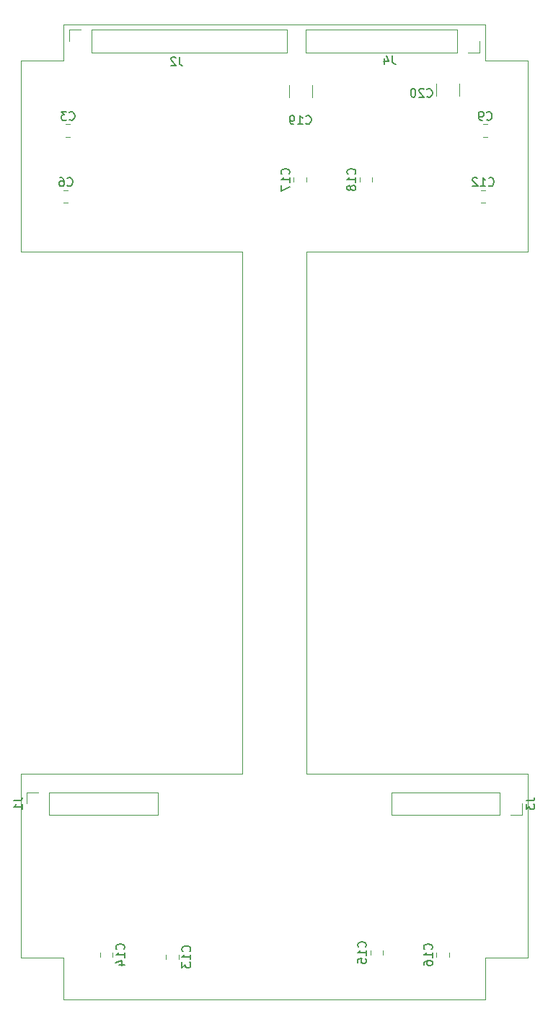
<source format=gbr>
%TF.GenerationSoftware,KiCad,Pcbnew,(5.1.7)-1*%
%TF.CreationDate,2021-10-21T20:27:42-07:00*%
%TF.ProjectId,AnalogBoard_Rev2,416e616c-6f67-4426-9f61-72645f526576,rev?*%
%TF.SameCoordinates,Original*%
%TF.FileFunction,Legend,Bot*%
%TF.FilePolarity,Positive*%
%FSLAX46Y46*%
G04 Gerber Fmt 4.6, Leading zero omitted, Abs format (unit mm)*
G04 Created by KiCad (PCBNEW (5.1.7)-1) date 2021-10-21 20:27:42*
%MOMM*%
%LPD*%
G01*
G04 APERTURE LIST*
%TA.AperFunction,Profile*%
%ADD10C,0.050000*%
%TD*%
%ADD11C,0.120000*%
%ADD12C,0.150000*%
G04 APERTURE END LIST*
D10*
X143250000Y-148100000D02*
X148250000Y-148100000D01*
X143250000Y-153000000D02*
X143250000Y-148100000D01*
X93750000Y-148100000D02*
X88750000Y-148100000D01*
X93750000Y-153000000D02*
X93750000Y-148100000D01*
X143250000Y-42750000D02*
X143250000Y-38500000D01*
X148250000Y-42750000D02*
X143250000Y-42750000D01*
X93750000Y-42750000D02*
X93750000Y-38500000D01*
X88750000Y-42750000D02*
X93750000Y-42750000D01*
X148250000Y-148100000D02*
X148250000Y-126500000D01*
X88750000Y-148100000D02*
X88750000Y-126500000D01*
X122250000Y-126500000D02*
X148250000Y-126500000D01*
X122250000Y-65250000D02*
X148250000Y-65250000D01*
X88750000Y-126500000D02*
X114750000Y-126500000D01*
X88750000Y-65250000D02*
X114750000Y-65250000D01*
X114750000Y-126500000D02*
X114750000Y-65250000D01*
X122250000Y-126500000D02*
X122250000Y-65250000D01*
X148250000Y-42750000D02*
X148250000Y-65250000D01*
X88750000Y-65250000D02*
X88750000Y-42750000D01*
X143250000Y-153000000D02*
X93750000Y-153000000D01*
X93750000Y-38500000D02*
X143250000Y-38500000D01*
D11*
%TO.C,J4*%
X122140000Y-41830000D02*
X122140000Y-39170000D01*
X139980000Y-41830000D02*
X122140000Y-41830000D01*
X139980000Y-39170000D02*
X122140000Y-39170000D01*
X139980000Y-41830000D02*
X139980000Y-39170000D01*
X141250000Y-41830000D02*
X142580000Y-41830000D01*
X142580000Y-41830000D02*
X142580000Y-40500000D01*
%TO.C,C20*%
X140171000Y-46939252D02*
X140171000Y-45516748D01*
X137451000Y-46939252D02*
X137451000Y-45516748D01*
%TO.C,C19*%
X122899000Y-47066252D02*
X122899000Y-45643748D01*
X120179000Y-47066252D02*
X120179000Y-45643748D01*
%TO.C,J3*%
X147580000Y-131330000D02*
X147580000Y-130000000D01*
X146250000Y-131330000D02*
X147580000Y-131330000D01*
X144980000Y-131330000D02*
X144980000Y-128670000D01*
X144980000Y-128670000D02*
X132220000Y-128670000D01*
X144980000Y-131330000D02*
X132220000Y-131330000D01*
X132220000Y-131330000D02*
X132220000Y-128670000D01*
%TO.C,J2*%
X94420000Y-39170000D02*
X94420000Y-40500000D01*
X95750000Y-39170000D02*
X94420000Y-39170000D01*
X97020000Y-39170000D02*
X97020000Y-41830000D01*
X97020000Y-41830000D02*
X119940000Y-41830000D01*
X97020000Y-39170000D02*
X119940000Y-39170000D01*
X119940000Y-39170000D02*
X119940000Y-41830000D01*
%TO.C,J1*%
X89420000Y-128670000D02*
X89420000Y-130000000D01*
X90750000Y-128670000D02*
X89420000Y-128670000D01*
X92020000Y-128670000D02*
X92020000Y-131330000D01*
X92020000Y-131330000D02*
X104780000Y-131330000D01*
X92020000Y-128670000D02*
X104780000Y-128670000D01*
X104780000Y-128670000D02*
X104780000Y-131330000D01*
%TO.C,C18*%
X128515000Y-56488748D02*
X128515000Y-57011252D01*
X129985000Y-56488748D02*
X129985000Y-57011252D01*
%TO.C,C17*%
X120765000Y-56488748D02*
X120765000Y-57011252D01*
X122235000Y-56488748D02*
X122235000Y-57011252D01*
%TO.C,C16*%
X137515000Y-147488748D02*
X137515000Y-148011252D01*
X138985000Y-147488748D02*
X138985000Y-148011252D01*
%TO.C,C15*%
X129765000Y-147238748D02*
X129765000Y-147761252D01*
X131235000Y-147238748D02*
X131235000Y-147761252D01*
%TO.C,C14*%
X99485000Y-148011252D02*
X99485000Y-147488748D01*
X98015000Y-148011252D02*
X98015000Y-147488748D01*
%TO.C,C13*%
X107235000Y-148261252D02*
X107235000Y-147738748D01*
X105765000Y-148261252D02*
X105765000Y-147738748D01*
%TO.C,C12*%
X143261252Y-58015000D02*
X142738748Y-58015000D01*
X143261252Y-59485000D02*
X142738748Y-59485000D01*
%TO.C,C9*%
X143511252Y-50265000D02*
X142988748Y-50265000D01*
X143511252Y-51735000D02*
X142988748Y-51735000D01*
%TO.C,C6*%
X94261252Y-58015000D02*
X93738748Y-58015000D01*
X94261252Y-59485000D02*
X93738748Y-59485000D01*
%TO.C,C3*%
X94511252Y-50265000D02*
X93988748Y-50265000D01*
X94511252Y-51735000D02*
X93988748Y-51735000D01*
%TD*%
%TO.C,J4*%
D12*
X132333333Y-42202380D02*
X132333333Y-42916666D01*
X132380952Y-43059523D01*
X132476190Y-43154761D01*
X132619047Y-43202380D01*
X132714285Y-43202380D01*
X131428571Y-42535714D02*
X131428571Y-43202380D01*
X131666666Y-42154761D02*
X131904761Y-42869047D01*
X131285714Y-42869047D01*
%TO.C,C20*%
X136405857Y-46966142D02*
X136453476Y-47013761D01*
X136596333Y-47061380D01*
X136691571Y-47061380D01*
X136834428Y-47013761D01*
X136929666Y-46918523D01*
X136977285Y-46823285D01*
X137024904Y-46632809D01*
X137024904Y-46489952D01*
X136977285Y-46299476D01*
X136929666Y-46204238D01*
X136834428Y-46109000D01*
X136691571Y-46061380D01*
X136596333Y-46061380D01*
X136453476Y-46109000D01*
X136405857Y-46156619D01*
X136024904Y-46156619D02*
X135977285Y-46109000D01*
X135882047Y-46061380D01*
X135643952Y-46061380D01*
X135548714Y-46109000D01*
X135501095Y-46156619D01*
X135453476Y-46251857D01*
X135453476Y-46347095D01*
X135501095Y-46489952D01*
X136072523Y-47061380D01*
X135453476Y-47061380D01*
X134834428Y-46061380D02*
X134739190Y-46061380D01*
X134643952Y-46109000D01*
X134596333Y-46156619D01*
X134548714Y-46251857D01*
X134501095Y-46442333D01*
X134501095Y-46680428D01*
X134548714Y-46870904D01*
X134596333Y-46966142D01*
X134643952Y-47013761D01*
X134739190Y-47061380D01*
X134834428Y-47061380D01*
X134929666Y-47013761D01*
X134977285Y-46966142D01*
X135024904Y-46870904D01*
X135072523Y-46680428D01*
X135072523Y-46442333D01*
X135024904Y-46251857D01*
X134977285Y-46156619D01*
X134929666Y-46109000D01*
X134834428Y-46061380D01*
%TO.C,C19*%
X122181857Y-50141142D02*
X122229476Y-50188761D01*
X122372333Y-50236380D01*
X122467571Y-50236380D01*
X122610428Y-50188761D01*
X122705666Y-50093523D01*
X122753285Y-49998285D01*
X122800904Y-49807809D01*
X122800904Y-49664952D01*
X122753285Y-49474476D01*
X122705666Y-49379238D01*
X122610428Y-49284000D01*
X122467571Y-49236380D01*
X122372333Y-49236380D01*
X122229476Y-49284000D01*
X122181857Y-49331619D01*
X121229476Y-50236380D02*
X121800904Y-50236380D01*
X121515190Y-50236380D02*
X121515190Y-49236380D01*
X121610428Y-49379238D01*
X121705666Y-49474476D01*
X121800904Y-49522095D01*
X120753285Y-50236380D02*
X120562809Y-50236380D01*
X120467571Y-50188761D01*
X120419952Y-50141142D01*
X120324714Y-49998285D01*
X120277095Y-49807809D01*
X120277095Y-49426857D01*
X120324714Y-49331619D01*
X120372333Y-49284000D01*
X120467571Y-49236380D01*
X120658047Y-49236380D01*
X120753285Y-49284000D01*
X120800904Y-49331619D01*
X120848523Y-49426857D01*
X120848523Y-49664952D01*
X120800904Y-49760190D01*
X120753285Y-49807809D01*
X120658047Y-49855428D01*
X120467571Y-49855428D01*
X120372333Y-49807809D01*
X120324714Y-49760190D01*
X120277095Y-49664952D01*
%TO.C,J3*%
X148032380Y-129666666D02*
X148746666Y-129666666D01*
X148889523Y-129619047D01*
X148984761Y-129523809D01*
X149032380Y-129380952D01*
X149032380Y-129285714D01*
X148032380Y-130047619D02*
X148032380Y-130666666D01*
X148413333Y-130333333D01*
X148413333Y-130476190D01*
X148460952Y-130571428D01*
X148508571Y-130619047D01*
X148603809Y-130666666D01*
X148841904Y-130666666D01*
X148937142Y-130619047D01*
X148984761Y-130571428D01*
X149032380Y-130476190D01*
X149032380Y-130190476D01*
X148984761Y-130095238D01*
X148937142Y-130047619D01*
%TO.C,J2*%
X107333333Y-42352380D02*
X107333333Y-43066666D01*
X107380952Y-43209523D01*
X107476190Y-43304761D01*
X107619047Y-43352380D01*
X107714285Y-43352380D01*
X106904761Y-42447619D02*
X106857142Y-42400000D01*
X106761904Y-42352380D01*
X106523809Y-42352380D01*
X106428571Y-42400000D01*
X106380952Y-42447619D01*
X106333333Y-42542857D01*
X106333333Y-42638095D01*
X106380952Y-42780952D01*
X106952380Y-43352380D01*
X106333333Y-43352380D01*
%TO.C,J1*%
X87872380Y-129666666D02*
X88586666Y-129666666D01*
X88729523Y-129619047D01*
X88824761Y-129523809D01*
X88872380Y-129380952D01*
X88872380Y-129285714D01*
X88872380Y-130666666D02*
X88872380Y-130095238D01*
X88872380Y-130380952D02*
X87872380Y-130380952D01*
X88015238Y-130285714D01*
X88110476Y-130190476D01*
X88158095Y-130095238D01*
%TO.C,C18*%
X127927142Y-56107142D02*
X127974761Y-56059523D01*
X128022380Y-55916666D01*
X128022380Y-55821428D01*
X127974761Y-55678571D01*
X127879523Y-55583333D01*
X127784285Y-55535714D01*
X127593809Y-55488095D01*
X127450952Y-55488095D01*
X127260476Y-55535714D01*
X127165238Y-55583333D01*
X127070000Y-55678571D01*
X127022380Y-55821428D01*
X127022380Y-55916666D01*
X127070000Y-56059523D01*
X127117619Y-56107142D01*
X128022380Y-57059523D02*
X128022380Y-56488095D01*
X128022380Y-56773809D02*
X127022380Y-56773809D01*
X127165238Y-56678571D01*
X127260476Y-56583333D01*
X127308095Y-56488095D01*
X127450952Y-57630952D02*
X127403333Y-57535714D01*
X127355714Y-57488095D01*
X127260476Y-57440476D01*
X127212857Y-57440476D01*
X127117619Y-57488095D01*
X127070000Y-57535714D01*
X127022380Y-57630952D01*
X127022380Y-57821428D01*
X127070000Y-57916666D01*
X127117619Y-57964285D01*
X127212857Y-58011904D01*
X127260476Y-58011904D01*
X127355714Y-57964285D01*
X127403333Y-57916666D01*
X127450952Y-57821428D01*
X127450952Y-57630952D01*
X127498571Y-57535714D01*
X127546190Y-57488095D01*
X127641428Y-57440476D01*
X127831904Y-57440476D01*
X127927142Y-57488095D01*
X127974761Y-57535714D01*
X128022380Y-57630952D01*
X128022380Y-57821428D01*
X127974761Y-57916666D01*
X127927142Y-57964285D01*
X127831904Y-58011904D01*
X127641428Y-58011904D01*
X127546190Y-57964285D01*
X127498571Y-57916666D01*
X127450952Y-57821428D01*
%TO.C,C17*%
X120177142Y-56107142D02*
X120224761Y-56059523D01*
X120272380Y-55916666D01*
X120272380Y-55821428D01*
X120224761Y-55678571D01*
X120129523Y-55583333D01*
X120034285Y-55535714D01*
X119843809Y-55488095D01*
X119700952Y-55488095D01*
X119510476Y-55535714D01*
X119415238Y-55583333D01*
X119320000Y-55678571D01*
X119272380Y-55821428D01*
X119272380Y-55916666D01*
X119320000Y-56059523D01*
X119367619Y-56107142D01*
X120272380Y-57059523D02*
X120272380Y-56488095D01*
X120272380Y-56773809D02*
X119272380Y-56773809D01*
X119415238Y-56678571D01*
X119510476Y-56583333D01*
X119558095Y-56488095D01*
X119272380Y-57392857D02*
X119272380Y-58059523D01*
X120272380Y-57630952D01*
%TO.C,C16*%
X136927142Y-147107142D02*
X136974761Y-147059523D01*
X137022380Y-146916666D01*
X137022380Y-146821428D01*
X136974761Y-146678571D01*
X136879523Y-146583333D01*
X136784285Y-146535714D01*
X136593809Y-146488095D01*
X136450952Y-146488095D01*
X136260476Y-146535714D01*
X136165238Y-146583333D01*
X136070000Y-146678571D01*
X136022380Y-146821428D01*
X136022380Y-146916666D01*
X136070000Y-147059523D01*
X136117619Y-147107142D01*
X137022380Y-148059523D02*
X137022380Y-147488095D01*
X137022380Y-147773809D02*
X136022380Y-147773809D01*
X136165238Y-147678571D01*
X136260476Y-147583333D01*
X136308095Y-147488095D01*
X136022380Y-148916666D02*
X136022380Y-148726190D01*
X136070000Y-148630952D01*
X136117619Y-148583333D01*
X136260476Y-148488095D01*
X136450952Y-148440476D01*
X136831904Y-148440476D01*
X136927142Y-148488095D01*
X136974761Y-148535714D01*
X137022380Y-148630952D01*
X137022380Y-148821428D01*
X136974761Y-148916666D01*
X136927142Y-148964285D01*
X136831904Y-149011904D01*
X136593809Y-149011904D01*
X136498571Y-148964285D01*
X136450952Y-148916666D01*
X136403333Y-148821428D01*
X136403333Y-148630952D01*
X136450952Y-148535714D01*
X136498571Y-148488095D01*
X136593809Y-148440476D01*
%TO.C,C15*%
X129177142Y-146857142D02*
X129224761Y-146809523D01*
X129272380Y-146666666D01*
X129272380Y-146571428D01*
X129224761Y-146428571D01*
X129129523Y-146333333D01*
X129034285Y-146285714D01*
X128843809Y-146238095D01*
X128700952Y-146238095D01*
X128510476Y-146285714D01*
X128415238Y-146333333D01*
X128320000Y-146428571D01*
X128272380Y-146571428D01*
X128272380Y-146666666D01*
X128320000Y-146809523D01*
X128367619Y-146857142D01*
X129272380Y-147809523D02*
X129272380Y-147238095D01*
X129272380Y-147523809D02*
X128272380Y-147523809D01*
X128415238Y-147428571D01*
X128510476Y-147333333D01*
X128558095Y-147238095D01*
X128272380Y-148714285D02*
X128272380Y-148238095D01*
X128748571Y-148190476D01*
X128700952Y-148238095D01*
X128653333Y-148333333D01*
X128653333Y-148571428D01*
X128700952Y-148666666D01*
X128748571Y-148714285D01*
X128843809Y-148761904D01*
X129081904Y-148761904D01*
X129177142Y-148714285D01*
X129224761Y-148666666D01*
X129272380Y-148571428D01*
X129272380Y-148333333D01*
X129224761Y-148238095D01*
X129177142Y-148190476D01*
%TO.C,C14*%
X100787142Y-147107142D02*
X100834761Y-147059523D01*
X100882380Y-146916666D01*
X100882380Y-146821428D01*
X100834761Y-146678571D01*
X100739523Y-146583333D01*
X100644285Y-146535714D01*
X100453809Y-146488095D01*
X100310952Y-146488095D01*
X100120476Y-146535714D01*
X100025238Y-146583333D01*
X99930000Y-146678571D01*
X99882380Y-146821428D01*
X99882380Y-146916666D01*
X99930000Y-147059523D01*
X99977619Y-147107142D01*
X100882380Y-148059523D02*
X100882380Y-147488095D01*
X100882380Y-147773809D02*
X99882380Y-147773809D01*
X100025238Y-147678571D01*
X100120476Y-147583333D01*
X100168095Y-147488095D01*
X100215714Y-148916666D02*
X100882380Y-148916666D01*
X99834761Y-148678571D02*
X100549047Y-148440476D01*
X100549047Y-149059523D01*
%TO.C,C13*%
X108537142Y-147357142D02*
X108584761Y-147309523D01*
X108632380Y-147166666D01*
X108632380Y-147071428D01*
X108584761Y-146928571D01*
X108489523Y-146833333D01*
X108394285Y-146785714D01*
X108203809Y-146738095D01*
X108060952Y-146738095D01*
X107870476Y-146785714D01*
X107775238Y-146833333D01*
X107680000Y-146928571D01*
X107632380Y-147071428D01*
X107632380Y-147166666D01*
X107680000Y-147309523D01*
X107727619Y-147357142D01*
X108632380Y-148309523D02*
X108632380Y-147738095D01*
X108632380Y-148023809D02*
X107632380Y-148023809D01*
X107775238Y-147928571D01*
X107870476Y-147833333D01*
X107918095Y-147738095D01*
X107632380Y-148642857D02*
X107632380Y-149261904D01*
X108013333Y-148928571D01*
X108013333Y-149071428D01*
X108060952Y-149166666D01*
X108108571Y-149214285D01*
X108203809Y-149261904D01*
X108441904Y-149261904D01*
X108537142Y-149214285D01*
X108584761Y-149166666D01*
X108632380Y-149071428D01*
X108632380Y-148785714D01*
X108584761Y-148690476D01*
X108537142Y-148642857D01*
%TO.C,C12*%
X143642857Y-57427142D02*
X143690476Y-57474761D01*
X143833333Y-57522380D01*
X143928571Y-57522380D01*
X144071428Y-57474761D01*
X144166666Y-57379523D01*
X144214285Y-57284285D01*
X144261904Y-57093809D01*
X144261904Y-56950952D01*
X144214285Y-56760476D01*
X144166666Y-56665238D01*
X144071428Y-56570000D01*
X143928571Y-56522380D01*
X143833333Y-56522380D01*
X143690476Y-56570000D01*
X143642857Y-56617619D01*
X142690476Y-57522380D02*
X143261904Y-57522380D01*
X142976190Y-57522380D02*
X142976190Y-56522380D01*
X143071428Y-56665238D01*
X143166666Y-56760476D01*
X143261904Y-56808095D01*
X142309523Y-56617619D02*
X142261904Y-56570000D01*
X142166666Y-56522380D01*
X141928571Y-56522380D01*
X141833333Y-56570000D01*
X141785714Y-56617619D01*
X141738095Y-56712857D01*
X141738095Y-56808095D01*
X141785714Y-56950952D01*
X142357142Y-57522380D01*
X141738095Y-57522380D01*
%TO.C,C9*%
X143416666Y-49677142D02*
X143464285Y-49724761D01*
X143607142Y-49772380D01*
X143702380Y-49772380D01*
X143845238Y-49724761D01*
X143940476Y-49629523D01*
X143988095Y-49534285D01*
X144035714Y-49343809D01*
X144035714Y-49200952D01*
X143988095Y-49010476D01*
X143940476Y-48915238D01*
X143845238Y-48820000D01*
X143702380Y-48772380D01*
X143607142Y-48772380D01*
X143464285Y-48820000D01*
X143416666Y-48867619D01*
X142940476Y-49772380D02*
X142750000Y-49772380D01*
X142654761Y-49724761D01*
X142607142Y-49677142D01*
X142511904Y-49534285D01*
X142464285Y-49343809D01*
X142464285Y-48962857D01*
X142511904Y-48867619D01*
X142559523Y-48820000D01*
X142654761Y-48772380D01*
X142845238Y-48772380D01*
X142940476Y-48820000D01*
X142988095Y-48867619D01*
X143035714Y-48962857D01*
X143035714Y-49200952D01*
X142988095Y-49296190D01*
X142940476Y-49343809D01*
X142845238Y-49391428D01*
X142654761Y-49391428D01*
X142559523Y-49343809D01*
X142511904Y-49296190D01*
X142464285Y-49200952D01*
%TO.C,C6*%
X94166666Y-57427142D02*
X94214285Y-57474761D01*
X94357142Y-57522380D01*
X94452380Y-57522380D01*
X94595238Y-57474761D01*
X94690476Y-57379523D01*
X94738095Y-57284285D01*
X94785714Y-57093809D01*
X94785714Y-56950952D01*
X94738095Y-56760476D01*
X94690476Y-56665238D01*
X94595238Y-56570000D01*
X94452380Y-56522380D01*
X94357142Y-56522380D01*
X94214285Y-56570000D01*
X94166666Y-56617619D01*
X93309523Y-56522380D02*
X93500000Y-56522380D01*
X93595238Y-56570000D01*
X93642857Y-56617619D01*
X93738095Y-56760476D01*
X93785714Y-56950952D01*
X93785714Y-57331904D01*
X93738095Y-57427142D01*
X93690476Y-57474761D01*
X93595238Y-57522380D01*
X93404761Y-57522380D01*
X93309523Y-57474761D01*
X93261904Y-57427142D01*
X93214285Y-57331904D01*
X93214285Y-57093809D01*
X93261904Y-56998571D01*
X93309523Y-56950952D01*
X93404761Y-56903333D01*
X93595238Y-56903333D01*
X93690476Y-56950952D01*
X93738095Y-56998571D01*
X93785714Y-57093809D01*
%TO.C,C3*%
X94416666Y-49677142D02*
X94464285Y-49724761D01*
X94607142Y-49772380D01*
X94702380Y-49772380D01*
X94845238Y-49724761D01*
X94940476Y-49629523D01*
X94988095Y-49534285D01*
X95035714Y-49343809D01*
X95035714Y-49200952D01*
X94988095Y-49010476D01*
X94940476Y-48915238D01*
X94845238Y-48820000D01*
X94702380Y-48772380D01*
X94607142Y-48772380D01*
X94464285Y-48820000D01*
X94416666Y-48867619D01*
X94083333Y-48772380D02*
X93464285Y-48772380D01*
X93797619Y-49153333D01*
X93654761Y-49153333D01*
X93559523Y-49200952D01*
X93511904Y-49248571D01*
X93464285Y-49343809D01*
X93464285Y-49581904D01*
X93511904Y-49677142D01*
X93559523Y-49724761D01*
X93654761Y-49772380D01*
X93940476Y-49772380D01*
X94035714Y-49724761D01*
X94083333Y-49677142D01*
%TD*%
M02*

</source>
